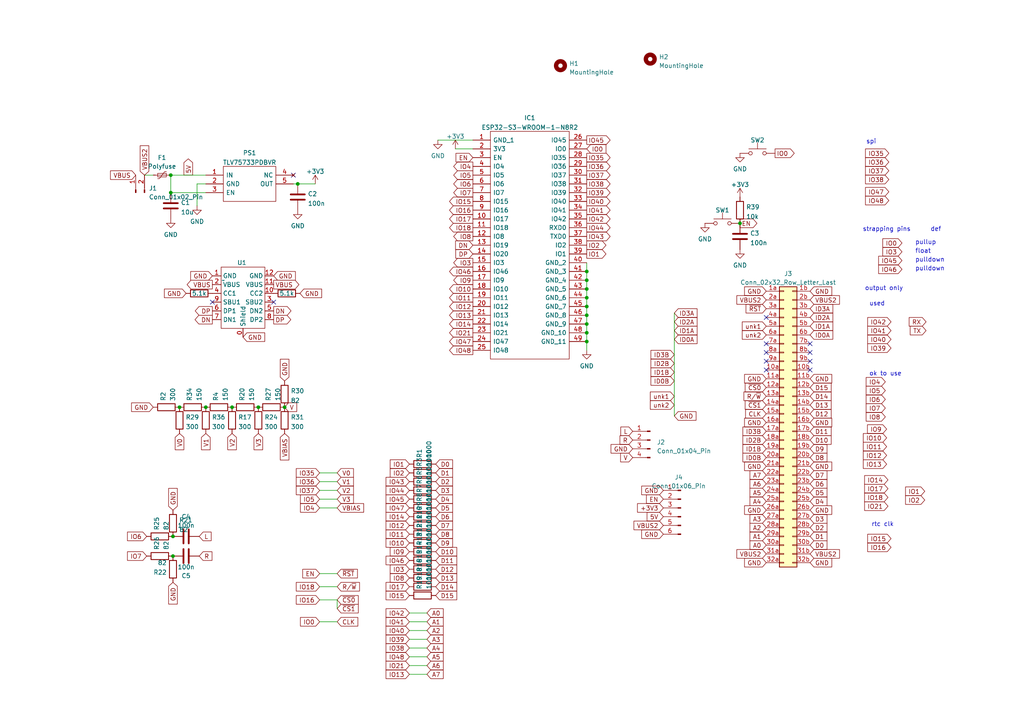
<source format=kicad_sch>
(kicad_sch (version 20230121) (generator eeschema)
  (paper "A4")
  (lib_symbols
    (symbol "Basics:Polyfuse" (pin_numbers hide) (pin_names (offset 0))
      (property "Reference" "F" (at -1.905 0 90))
      (property "Value" "Polyfuse" (at 1.905 0 90))
      (symbol "Polyfuse_1_1"
        (pin passive line (at 0 2.54 270) (length 0.635) (name "~") (number "1"))
        (pin passive line (at 0 -2.54 90) (length 0.635) (name "~") (number "2"))
      )
    )
    (symbol "Basics:miniButtonRubber" (pin_numbers hide) (pin_names (offset 1.016) hide)
      (property "Reference" "SW" (at 1.27 2.54 0))
      (symbol "miniButtonRubber_0_1"
        (pin passive line (at -5.08 0 0) (length 2.54) (name "1") (number "1"))
        (pin passive line (at 5.08 0 180) (length 2.54) (name "2") (number "2"))
      )
    )
    (symbol "Connector:Conn_01x02_Pin" (pin_names (offset 1.016) hide)
      (property "Reference" "J" (at 0 2.54 0))
      (property "Value" "Conn_01x02_Pin" (at 0 -5.08 0))
      (symbol "Conn_01x02_Pin_1_1"
        (pin passive line (at 5.08 0 180) (length 3.81) (name "Pin_1") (number "1"))
        (pin passive line (at 5.08 -2.54 180) (length 3.81) (name "Pin_2") (number "2"))
      )
    )
    (symbol "Connector:Conn_01x04_Pin" (pin_names (offset 1.016) hide)
      (property "Reference" "J" (at 0 5.08 0))
      (property "Value" "Conn_01x04_Pin" (at 0 -7.62 0))
      (symbol "Conn_01x04_Pin_1_1"
        (pin passive line (at 5.08 2.54 180) (length 3.81) (name "Pin_1") (number "1"))
        (pin passive line (at 5.08 0 180) (length 3.81) (name "Pin_2") (number "2"))
        (pin passive line (at 5.08 -2.54 180) (length 3.81) (name "Pin_3") (number "3"))
        (pin passive line (at 5.08 -5.08 180) (length 3.81) (name "Pin_4") (number "4"))
      )
    )
    (symbol "Connector:Conn_01x06_Pin" (pin_names (offset 1.016) hide)
      (property "Reference" "J" (at 0 7.62 0))
      (property "Value" "Conn_01x06_Pin" (at 0 -10.16 0))
      (symbol "Conn_01x06_Pin_1_1"
        (pin passive line (at 5.08 5.08 180) (length 3.81) (name "Pin_1") (number "1"))
        (pin passive line (at 5.08 2.54 180) (length 3.81) (name "Pin_2") (number "2"))
        (pin passive line (at 5.08 0 180) (length 3.81) (name "Pin_3") (number "3"))
        (pin passive line (at 5.08 -2.54 180) (length 3.81) (name "Pin_4") (number "4"))
        (pin passive line (at 5.08 -5.08 180) (length 3.81) (name "Pin_5") (number "5"))
        (pin passive line (at 5.08 -7.62 180) (length 3.81) (name "Pin_6") (number "6"))
      )
    )
    (symbol "Connector_Generic:Conn_02x32_Row_Letter_Last" (pin_names (offset 1.016) hide)
      (property "Reference" "J" (at 1.27 40.64 0))
      (property "Value" "Conn_02x32_Row_Letter_Last" (at 1.27 -43.18 0))
      (symbol "Conn_02x32_Row_Letter_Last_1_1"
        (pin passive line (at -5.08 15.24 0) (length 3.81) (name "Pin_10a") (number "10a"))
        (pin passive line (at 7.62 15.24 180) (length 3.81) (name "Pin_10b") (number "10b"))
        (pin passive line (at -5.08 12.7 0) (length 3.81) (name "Pin_11a") (number "11a"))
        (pin passive line (at 7.62 12.7 180) (length 3.81) (name "Pin_11b") (number "11b"))
        (pin passive line (at -5.08 10.16 0) (length 3.81) (name "Pin_12a") (number "12a"))
        (pin passive line (at 7.62 10.16 180) (length 3.81) (name "Pin_12b") (number "12b"))
        (pin passive line (at -5.08 7.62 0) (length 3.81) (name "Pin_13a") (number "13a"))
        (pin passive line (at 7.62 7.62 180) (length 3.81) (name "Pin_13b") (number "13b"))
        (pin passive line (at -5.08 5.08 0) (length 3.81) (name "Pin_14a") (number "14a"))
        (pin passive line (at 7.62 5.08 180) (length 3.81) (name "Pin_14b") (number "14b"))
        (pin passive line (at -5.08 2.54 0) (length 3.81) (name "Pin_15a") (number "15a"))
        (pin passive line (at 7.62 2.54 180) (length 3.81) (name "Pin_15b") (number "15b"))
        (pin passive line (at -5.08 0 0) (length 3.81) (name "Pin_16a") (number "16a"))
        (pin passive line (at 7.62 0 180) (length 3.81) (name "Pin_16b") (number "16b"))
        (pin passive line (at -5.08 -2.54 0) (length 3.81) (name "Pin_17a") (number "17a"))
        (pin passive line (at 7.62 -2.54 180) (length 3.81) (name "Pin_17b") (number "17b"))
        (pin passive line (at -5.08 -5.08 0) (length 3.81) (name "Pin_18a") (number "18a"))
        (pin passive line (at 7.62 -5.08 180) (length 3.81) (name "Pin_18b") (number "18b"))
        (pin passive line (at -5.08 -7.62 0) (length 3.81) (name "Pin_19a") (number "19a"))
        (pin passive line (at 7.62 -7.62 180) (length 3.81) (name "Pin_19b") (number "19b"))
        (pin passive line (at -5.08 38.1 0) (length 3.81) (name "Pin_1a") (number "1a"))
        (pin passive line (at 7.62 38.1 180) (length 3.81) (name "Pin_1b") (number "1b"))
        (pin passive line (at -5.08 -10.16 0) (length 3.81) (name "Pin_20a") (number "20a"))
        (pin passive line (at 7.62 -10.16 180) (length 3.81) (name "Pin_20b") (number "20b"))
        (pin passive line (at -5.08 -12.7 0) (length 3.81) (name "Pin_21a") (number "21a"))
        (pin passive line (at 7.62 -12.7 180) (length 3.81) (name "Pin_21b") (number "21b"))
        (pin passive line (at -5.08 -15.24 0) (length 3.81) (name "Pin_22a") (number "22a"))
        (pin passive line (at 7.62 -15.24 180) (length 3.81) (name "Pin_22b") (number "22b"))
        (pin passive line (at -5.08 -17.78 0) (length 3.81) (name "Pin_23a") (number "23a"))
        (pin passive line (at 7.62 -17.78 180) (length 3.81) (name "Pin_23b") (number "23b"))
        (pin passive line (at -5.08 -20.32 0) (length 3.81) (name "Pin_24a") (number "24a"))
        (pin passive line (at 7.62 -20.32 180) (length 3.81) (name "Pin_24b") (number "24b"))
        (pin passive line (at -5.08 -22.86 0) (length 3.81) (name "Pin_25a") (number "25a"))
        (pin passive line (at 7.62 -22.86 180) (length 3.81) (name "Pin_25b") (number "25b"))
        (pin passive line (at -5.08 -25.4 0) (length 3.81) (name "Pin_26a") (number "26a"))
        (pin passive line (at 7.62 -25.4 180) (length 3.81) (name "Pin_26b") (number "26b"))
        (pin passive line (at -5.08 -27.94 0) (length 3.81) (name "Pin_27a") (number "27a"))
        (pin passive line (at 7.62 -27.94 180) (length 3.81) (name "Pin_27b") (number "27b"))
        (pin passive line (at -5.08 -30.48 0) (length 3.81) (name "Pin_28a") (number "28a"))
        (pin passive line (at 7.62 -30.48 180) (length 3.81) (name "Pin_28b") (number "28b"))
        (pin passive line (at -5.08 -33.02 0) (length 3.81) (name "Pin_29a") (number "29a"))
        (pin passive line (at 7.62 -33.02 180) (length 3.81) (name "Pin_29b") (number "29b"))
        (pin passive line (at -5.08 35.56 0) (length 3.81) (name "Pin_2a") (number "2a"))
        (pin passive line (at 7.62 35.56 180) (length 3.81) (name "Pin_2b") (number "2b"))
        (pin passive line (at -5.08 -35.56 0) (length 3.81) (name "Pin_30a") (number "30a"))
        (pin passive line (at 7.62 -35.56 180) (length 3.81) (name "Pin_30b") (number "30b"))
        (pin passive line (at -5.08 -38.1 0) (length 3.81) (name "Pin_31a") (number "31a"))
        (pin passive line (at 7.62 -38.1 180) (length 3.81) (name "Pin_31b") (number "31b"))
        (pin passive line (at -5.08 -40.64 0) (length 3.81) (name "Pin_32a") (number "32a"))
        (pin passive line (at 7.62 -40.64 180) (length 3.81) (name "Pin_32b") (number "32b"))
        (pin passive line (at -5.08 33.02 0) (length 3.81) (name "Pin_3a") (number "3a"))
        (pin passive line (at 7.62 33.02 180) (length 3.81) (name "Pin_3b") (number "3b"))
        (pin passive line (at -5.08 30.48 0) (length 3.81) (name "Pin_4a") (number "4a"))
        (pin passive line (at 7.62 30.48 180) (length 3.81) (name "Pin_4b") (number "4b"))
        (pin passive line (at -5.08 27.94 0) (length 3.81) (name "Pin_5a") (number "5a"))
        (pin passive line (at 7.62 27.94 180) (length 3.81) (name "Pin_5b") (number "5b"))
        (pin passive line (at -5.08 25.4 0) (length 3.81) (name "Pin_6a") (number "6a"))
        (pin passive line (at 7.62 25.4 180) (length 3.81) (name "Pin_6b") (number "6b"))
        (pin passive line (at -5.08 22.86 0) (length 3.81) (name "Pin_7a") (number "7a"))
        (pin passive line (at 7.62 22.86 180) (length 3.81) (name "Pin_7b") (number "7b"))
        (pin passive line (at -5.08 20.32 0) (length 3.81) (name "Pin_8a") (number "8a"))
        (pin passive line (at 7.62 20.32 180) (length 3.81) (name "Pin_8b") (number "8b"))
        (pin passive line (at -5.08 17.78 0) (length 3.81) (name "Pin_9a") (number "9a"))
        (pin passive line (at 7.62 17.78 180) (length 3.81) (name "Pin_9b") (number "9b"))
      )
    )
    (symbol "Device:C" (pin_numbers hide) (pin_names (offset 0.254))
      (property "Reference" "C" (at 0.635 2.54 0))
      (property "Value" "C" (at 0.635 -2.54 0))
      (symbol "C_1_1"
        (pin passive line (at 0 3.81 270) (length 2.794) (name "~") (number "1"))
        (pin passive line (at 0 -3.81 90) (length 2.794) (name "~") (number "2"))
      )
    )
    (symbol "Device:R" (pin_numbers hide) (pin_names (offset 0))
      (property "Reference" "R" (at 2.032 0 90))
      (property "Value" "R" (at 0 0 90))
      (symbol "R_1_1"
        (pin passive line (at 0 3.81 270) (length 1.27) (name "~") (number "1"))
        (pin passive line (at 0 -3.81 90) (length 1.27) (name "~") (number "2"))
      )
    )
    (symbol "Mechanical:MountingHole" (pin_names (offset 1.016))
      (property "Reference" "H" (at 0 5.08 0))
      (property "Value" "MountingHole" (at 0 3.175 0))
    )
    (symbol "SamacSys_Parts:ESP32-S3-WROOM-1-N8R2" (pin_names (offset 0.762))
      (property "Reference" "IC" (at 29.21 7.62 0))
      (property "Value" "ESP32-S3-WROOM-1-N8R2" (at 29.21 5.08 0))
      (symbol "ESP32-S3-WROOM-1-N8R2_0_0"
        (pin passive line (at 0 0 0) (length 5.08) (name "GND_1") (number "1"))
        (pin passive line (at 0 -22.86 0) (length 5.08) (name "IO17") (number "10"))
        (pin passive line (at 0 -25.4 0) (length 5.08) (name "IO18") (number "11"))
        (pin passive line (at 0 -27.94 0) (length 5.08) (name "IO8") (number "12"))
        (pin passive line (at 0 -30.48 0) (length 5.08) (name "IO19") (number "13"))
        (pin passive line (at 0 -33.02 0) (length 5.08) (name "IO20") (number "14"))
        (pin passive line (at 0 -35.56 0) (length 5.08) (name "IO3") (number "15"))
        (pin passive line (at 0 -38.1 0) (length 5.08) (name "IO46") (number "16"))
        (pin passive line (at 0 -40.64 0) (length 5.08) (name "IO9") (number "17"))
        (pin passive line (at 0 -43.18 0) (length 5.08) (name "IO10") (number "18"))
        (pin passive line (at 0 -45.72 0) (length 5.08) (name "IO11") (number "19"))
        (pin passive line (at 0 -2.54 0) (length 5.08) (name "3V3") (number "2"))
        (pin passive line (at 0 -48.26 0) (length 5.08) (name "IO12") (number "20"))
        (pin passive line (at 0 -50.8 0) (length 5.08) (name "IO13") (number "21"))
        (pin passive line (at 0 -53.34 0) (length 5.08) (name "IO14") (number "22"))
        (pin passive line (at 0 -55.88 0) (length 5.08) (name "IO21") (number "23"))
        (pin passive line (at 0 -58.42 0) (length 5.08) (name "IO47") (number "24"))
        (pin passive line (at 0 -60.96 0) (length 5.08) (name "IO48") (number "25"))
        (pin passive line (at 33.02 0 180) (length 5.08) (name "IO45") (number "26"))
        (pin passive line (at 33.02 -2.54 180) (length 5.08) (name "IO0") (number "27"))
        (pin passive line (at 33.02 -5.08 180) (length 5.08) (name "IO35") (number "28"))
        (pin passive line (at 33.02 -7.62 180) (length 5.08) (name "IO36") (number "29"))
        (pin passive line (at 0 -5.08 0) (length 5.08) (name "EN") (number "3"))
        (pin passive line (at 33.02 -10.16 180) (length 5.08) (name "IO37") (number "30"))
        (pin passive line (at 33.02 -12.7 180) (length 5.08) (name "IO38") (number "31"))
        (pin passive line (at 33.02 -15.24 180) (length 5.08) (name "IO39") (number "32"))
        (pin passive line (at 33.02 -17.78 180) (length 5.08) (name "IO40") (number "33"))
        (pin passive line (at 33.02 -20.32 180) (length 5.08) (name "IO41") (number "34"))
        (pin passive line (at 33.02 -22.86 180) (length 5.08) (name "IO42") (number "35"))
        (pin passive line (at 33.02 -25.4 180) (length 5.08) (name "RXD0") (number "36"))
        (pin passive line (at 33.02 -27.94 180) (length 5.08) (name "TXD0") (number "37"))
        (pin passive line (at 33.02 -30.48 180) (length 5.08) (name "IO2") (number "38"))
        (pin passive line (at 33.02 -33.02 180) (length 5.08) (name "IO1") (number "39"))
        (pin passive line (at 0 -7.62 0) (length 5.08) (name "IO4") (number "4"))
        (pin passive line (at 33.02 -35.56 180) (length 5.08) (name "GND_2") (number "40"))
        (pin passive line (at 33.02 -38.1 180) (length 5.08) (name "GND_3") (number "41"))
        (pin passive line (at 33.02 -40.64 180) (length 5.08) (name "GND_4") (number "42"))
        (pin passive line (at 33.02 -43.18 180) (length 5.08) (name "GND_5") (number "43"))
        (pin passive line (at 33.02 -45.72 180) (length 5.08) (name "GND_6") (number "44"))
        (pin passive line (at 33.02 -48.26 180) (length 5.08) (name "GND_7") (number "45"))
        (pin passive line (at 33.02 -50.8 180) (length 5.08) (name "GND_8") (number "46"))
        (pin passive line (at 33.02 -53.34 180) (length 5.08) (name "GND_9") (number "47"))
        (pin passive line (at 33.02 -55.88 180) (length 5.08) (name "GND_10") (number "48"))
        (pin passive line (at 33.02 -58.42 180) (length 5.08) (name "GND_11") (number "49"))
        (pin passive line (at 0 -10.16 0) (length 5.08) (name "IO5") (number "5"))
        (pin passive line (at 0 -12.7 0) (length 5.08) (name "IO6") (number "6"))
        (pin passive line (at 0 -15.24 0) (length 5.08) (name "IO7") (number "7"))
        (pin passive line (at 0 -17.78 0) (length 5.08) (name "IO15") (number "8"))
        (pin passive line (at 0 -20.32 0) (length 5.08) (name "IO16") (number "9"))
      )
    )
    (symbol "SamacSys_Parts:TLV75733PDBVR" (pin_names (offset 0.762))
      (property "Reference" "PS" (at 21.59 7.62 0))
      (property "Value" "TLV75733PDBVR" (at 21.59 5.08 0))
      (symbol "TLV75733PDBVR_0_0"
        (pin power_in line (at 0 0 0) (length 5.08) (name "IN") (number "1"))
        (pin power_in line (at 0 -2.54 0) (length 5.08) (name "GND") (number "2"))
        (pin input line (at 0 -5.08 0) (length 5.08) (name "EN") (number "3"))
        (pin no_connect line (at 25.4 0 180) (length 5.08) (name "NC") (number "4"))
        (pin output line (at 25.4 -2.54 180) (length 5.08) (name "OUT") (number "5"))
      )
    )
    (symbol "USB:USB-C"
      (property "Reference" "U" (at 0 12.065 0))
      (symbol "USB-C_1_1"
        (pin output line (at 0 -11.43 90) (length 2.54) (name "Shield") (number "0"))
        (pin output line (at -8.89 6.35 0) (length 2.54) (name "GND") (number "1"))
        (pin output line (at 8.89 1.27 180) (length 2.54) (name "CC2") (number "10"))
        (pin output line (at 8.89 3.81 180) (length 2.54) (name "VBUS") (number "11"))
        (pin output line (at 8.89 6.35 180) (length 2.54) (name "GND") (number "12"))
        (pin output line (at -8.89 3.81 0) (length 2.54) (name "VBUS") (number "2"))
        (pin output line (at 8.89 -1.27 180) (length 2.54) (name "SBU2") (number "3"))
        (pin output line (at -8.89 1.27 0) (length 2.54) (name "CC1") (number "4"))
        (pin output line (at 8.89 -3.81 180) (length 2.54) (name "DN2") (number "5"))
        (pin output line (at -8.89 -3.81 0) (length 2.54) (name "DP1") (number "6"))
        (pin output line (at -8.89 -6.35 0) (length 2.54) (name "DN1") (number "7"))
        (pin output line (at 8.89 -6.35 180) (length 2.54) (name "DP2") (number "8"))
        (pin output line (at -8.89 -1.27 0) (length 2.54) (name "SBU1") (number "9"))
      )
    )
    (symbol "power:+3.3V" (power) (pin_names (offset 0))
      (property "Value" "+3.3V" (at 0 3.556 0))
      (symbol "+3.3V_1_1"
        (pin power_in line (at 0 0 90) (length 0) hide (name "+3V3") (number "1"))
      )
    )
    (symbol "power:GND" (power) (pin_names (offset 0))
      (property "Value" "GND" (at 0 -3.81 0))
      (symbol "GND_1_1"
        (pin power_in line (at 0 0 270) (length 0) hide (name "GND") (number "1"))
      )
    )
  )
  (junction (at 170.18 81.28))
  (junction (at 170.18 93.98))
  (junction (at 82.55 118.11))
  (junction (at 67.31 118.11))
  (junction (at 170.18 96.52))
  (junction (at 74.93 118.11))
  (junction (at 170.18 99.06))
  (junction (at 50.165 155.575))
  (junction (at 170.18 91.44))
  (junction (at 52.07 118.11))
  (junction (at 170.18 86.36))
  (junction (at 59.69 118.11))
  (junction (at 170.18 83.82))
  (junction (at 49.53 55.88))
  (junction (at 86.36 53.34))
  (junction (at 170.18 88.9))
  (junction (at 49.53 50.8))
  (junction (at 214.63 64.77))
  (junction (at 50.165 161.29))
  (junction (at 170.18 78.74))
  (no_connect (at 79.375 87.63))
  (no_connect (at 222.25 102.235))
  (no_connect (at 234.95 104.775))
  (no_connect (at 222.25 92.075))
  (no_connect (at 85.09 50.8))
  (no_connect (at 222.25 104.775))
  (no_connect (at 234.95 99.695))
  (no_connect (at 61.595 87.63))
  (no_connect (at 222.25 99.695))
  (no_connect (at 234.95 102.235))
  (no_connect (at 234.95 107.315))
  (no_connect (at 222.25 107.315))
  (wire (pts (xy 85.09 53.34) (xy 86.36 53.34)))
  (wire (pts (xy 118.745 182.88) (xy 123.825 182.88)))
  (wire (pts (xy 118.745 177.8) (xy 123.825 177.8)))
  (wire (pts (xy 170.18 76.2) (xy 170.18 78.74)))
  (wire (pts (xy 86.36 53.34) (xy 91.44 53.34)))
  (wire (pts (xy 170.18 91.44) (xy 170.18 93.98)))
  (wire (pts (xy 92.71 166.37) (xy 97.79 166.37)))
  (wire (pts (xy 118.745 193.04) (xy 123.825 193.04)))
  (wire (pts (xy 195.58 90.805) (xy 195.58 120.65)))
  (wire (pts (xy 59.69 55.88) (xy 49.53 55.88)))
  (wire (pts (xy 170.18 81.28) (xy 170.18 83.82)))
  (wire (pts (xy 170.18 99.06) (xy 170.18 101.6)))
  (wire (pts (xy 170.18 78.74) (xy 170.18 81.28)))
  (wire (pts (xy 118.745 190.5) (xy 123.825 190.5)))
  (wire (pts (xy 92.71 170.18) (xy 97.79 170.18)))
  (wire (pts (xy 170.18 83.82) (xy 170.18 86.36)))
  (wire (pts (xy 49.53 55.88) (xy 49.53 50.8)))
  (wire (pts (xy 59.69 53.34) (xy 57.15 53.34)))
  (wire (pts (xy 118.745 195.58) (xy 123.825 195.58)))
  (wire (pts (xy 170.18 93.98) (xy 170.18 96.52)))
  (wire (pts (xy 170.18 86.36) (xy 170.18 88.9)))
  (wire (pts (xy 127 40.64) (xy 137.16 40.64)))
  (wire (pts (xy 170.18 88.9) (xy 170.18 91.44)))
  (wire (pts (xy 49.53 50.8) (xy 59.69 50.8)))
  (wire (pts (xy 92.71 173.99) (xy 97.79 173.99)))
  (wire (pts (xy 118.745 185.42) (xy 123.825 185.42)))
  (wire (pts (xy 41.91 50.8) (xy 44.45 50.8)))
  (wire (pts (xy 92.71 180.34) (xy 97.79 180.34)))
  (wire (pts (xy 118.745 180.34) (xy 123.825 180.34)))
  (wire (pts (xy 92.71 142.24) (xy 97.79 142.24)))
  (wire (pts (xy 132.08 43.18) (xy 137.16 43.18)))
  (wire (pts (xy 97.79 173.99) (xy 97.79 176.53)))
  (wire (pts (xy 92.71 144.78) (xy 97.79 144.78)))
  (wire (pts (xy 92.71 139.7) (xy 97.79 139.7)))
  (wire (pts (xy 170.18 96.52) (xy 170.18 99.06)))
  (wire (pts (xy 57.15 53.34) (xy 57.15 59.69)))
  (wire (pts (xy 118.745 187.96) (xy 123.825 187.96)))
  (wire (pts (xy 92.71 137.16) (xy 97.79 137.16)))
  (wire (pts (xy 92.71 147.32) (xy 97.79 147.32)))
  (text "ok to use" (at 252.095 109.22 0) (effects (font (size 1.27 1.27)) (justify left bottom)))
  (text "strapping pins" (at 250.19 67.31 0) (effects (font (size 1.27 1.27)) (justify left bottom)))
  (text "spi" (at 251.206 41.91 0) (effects (font (size 1.27 1.27)) (justify left bottom)))
  (text "output only" (at 250.825 84.455 0) (effects (font (size 1.27 1.27)) (justify left bottom)))
  (text "rtc clk" (at 252.73 152.908 0) (effects (font (size 1.27 1.27)) (justify left bottom)))
  (text "pulldown" (at 265.43 76.2 0) (effects (font (size 1.27 1.27)) (justify left bottom)))
  (text "pullup" (at 265.43 71.12 0) (effects (font (size 1.27 1.27)) (justify left bottom)))
  (text "float" (at 265.43 73.66 0) (effects (font (size 1.27 1.27)) (justify left bottom)))
  (text "pulldown" (at 265.43 78.74 0) (effects (font (size 1.27 1.27)) (justify left bottom)))
  (text "def" (at 269.875 67.31 0) (effects (font (size 1.27 1.27)) (justify left bottom)))
  (text "used" (at 252.095 88.9 0) (effects (font (size 1.27 1.27)) (justify left bottom)))
  (global_label "GND" (shape input) (at 70.485 97.79 0) (property "Intersheetrefs" "${INTERSHEET_REFS}" (effects hide)))
  (global_label "IO4" (shape input) (at 256.794 110.744 180) (property "Intersheetrefs" "${INTERSHEET_REFS}" (effects hide)))
  (global_label "D3" (shape input) (at 234.95 150.495 0) (property "Intersheetrefs" "${INTERSHEET_REFS}" (effects hide)))
  (global_label "D15" (shape input) (at 234.95 112.395 0) (property "Intersheetrefs" "${INTERSHEET_REFS}" (effects hide)))
  (global_label "GND" (shape input) (at 86.995 85.09 0) (property "Intersheetrefs" "${INTERSHEET_REFS}" (effects hide)))
  (global_label "IO42" (shape input) (at 258.445 93.345 180) (property "Intersheetrefs" "${INTERSHEET_REFS}" (effects hide)))
  (global_label "IO13" (shape input) (at 118.745 195.58 180) (property "Intersheetrefs" "${INTERSHEET_REFS}" (effects hide)))
  (global_label "unk2" (shape input) (at 195.58 117.475 180) (property "Intersheetrefs" "${INTERSHEET_REFS}" (effects hide)))
  (global_label "ID3B" (shape input) (at 195.58 102.87 180) (property "Intersheetrefs" "${INTERSHEET_REFS}" (effects hide)))
  (global_label "IO6" (shape input) (at 256.794 115.824 180) (property "Intersheetrefs" "${INTERSHEET_REFS}" (effects hide)))
  (global_label "IO4" (shape output) (at 137.16 48.26 180) (property "Intersheetrefs" "${INTERSHEET_REFS}" (effects hide)))
  (global_label "GND" (shape input) (at 192.405 142.24 180) (property "Intersheetrefs" "${INTERSHEET_REFS}" (effects hide)))
  (global_label "V2" (shape input) (at 97.79 142.24 0) (property "Intersheetrefs" "${INTERSHEET_REFS}" (effects hide)))
  (global_label "D13" (shape input) (at 126.365 167.64 0) (property "Intersheetrefs" "${INTERSHEET_REFS}" (effects hide)))
  (global_label "IO1" (shape input) (at 118.745 134.62 180) (property "Intersheetrefs" "${INTERSHEET_REFS}" (effects hide)))
  (global_label "~{RST}" (shape input) (at 222.25 89.535 180) (property "Intersheetrefs" "${INTERSHEET_REFS}" (effects hide)))
  (global_label "GND" (shape input) (at 61.595 80.01 180) (property "Intersheetrefs" "${INTERSHEET_REFS}" (effects hide)))
  (global_label "IO13" (shape output) (at 137.16 91.44 180) (property "Intersheetrefs" "${INTERSHEET_REFS}" (effects hide)))
  (global_label "IO8" (shape output) (at 137.16 68.58 180) (property "Intersheetrefs" "${INTERSHEET_REFS}" (effects hide)))
  (global_label "IO46" (shape input) (at 261.62 78.105 180) (property "Intersheetrefs" "${INTERSHEET_REFS}" (effects hide)))
  (global_label "IO41" (shape output) (at 170.18 60.96 0) (property "Intersheetrefs" "${INTERSHEET_REFS}" (effects hide)))
  (global_label "IO38" (shape output) (at 170.18 53.34 0) (property "Intersheetrefs" "${INTERSHEET_REFS}" (effects hide)))
  (global_label "ID0B" (shape input) (at 195.58 110.49 180) (property "Intersheetrefs" "${INTERSHEET_REFS}" (effects hide)))
  (global_label "GND" (shape input) (at 234.95 84.455 0) (property "Intersheetrefs" "${INTERSHEET_REFS}" (effects hide)))
  (global_label "VBUS2" (shape input) (at 234.95 86.995 0) (property "Intersheetrefs" "${INTERSHEET_REFS}" (effects hide)))
  (global_label "D13" (shape input) (at 234.95 117.475 0) (property "Intersheetrefs" "${INTERSHEET_REFS}" (effects hide)))
  (global_label "DN" (shape output) (at 61.595 92.71 180) (property "Intersheetrefs" "${INTERSHEET_REFS}" (effects hide)))
  (global_label "D12" (shape input) (at 126.365 165.1 0) (property "Intersheetrefs" "${INTERSHEET_REFS}" (effects hide)))
  (global_label "V2" (shape input) (at 67.31 125.73 270) (property "Intersheetrefs" "${INTERSHEET_REFS}" (effects hide)))
  (global_label "IO0" (shape input) (at 92.71 180.34 180) (property "Intersheetrefs" "${INTERSHEET_REFS}" (effects hide)))
  (global_label "IO15" (shape output) (at 137.16 58.42 180) (property "Intersheetrefs" "${INTERSHEET_REFS}" (effects hide)))
  (global_label "GND" (shape input) (at 222.25 147.955 180) (property "Intersheetrefs" "${INTERSHEET_REFS}" (effects hide)))
  (global_label "R{slash}~{W}" (shape input) (at 222.25 114.935 180) (property "Intersheetrefs" "${INTERSHEET_REFS}" (effects hide)))
  (global_label "IO36" (shape output) (at 170.18 48.26 0) (property "Intersheetrefs" "${INTERSHEET_REFS}" (effects hide)))
  (global_label "IO4" (shape input) (at 92.71 147.32 180) (property "Intersheetrefs" "${INTERSHEET_REFS}" (effects hide)))
  (global_label "D1" (shape input) (at 234.95 155.575 0) (property "Intersheetrefs" "${INTERSHEET_REFS}" (effects hide)))
  (global_label "A1" (shape input) (at 222.25 155.575 180) (property "Intersheetrefs" "${INTERSHEET_REFS}" (effects hide)))
  (global_label "IO44" (shape input) (at 118.745 142.24 180) (property "Intersheetrefs" "${INTERSHEET_REFS}" (effects hide)))
  (global_label "IO42" (shape output) (at 170.18 63.5 0) (property "Intersheetrefs" "${INTERSHEET_REFS}" (effects hide)))
  (global_label "D0" (shape input) (at 234.95 158.115 0) (property "Intersheetrefs" "${INTERSHEET_REFS}" (effects hide)))
  (global_label "GND" (shape input) (at 234.95 109.855 0) (property "Intersheetrefs" "${INTERSHEET_REFS}" (effects hide)))
  (global_label "D4" (shape input) (at 126.365 144.78 0) (property "Intersheetrefs" "${INTERSHEET_REFS}" (effects hide)))
  (global_label "A7" (shape input) (at 123.825 195.58 0) (property "Intersheetrefs" "${INTERSHEET_REFS}" (effects hide)))
  (global_label "VBUS" (shape output) (at 79.375 82.55 0) (property "Intersheetrefs" "${INTERSHEET_REFS}" (effects hide)))
  (global_label "IO7" (shape output) (at 137.16 55.88 180) (property "Intersheetrefs" "${INTERSHEET_REFS}" (effects hide)))
  (global_label "IO45" (shape output) (at 170.18 40.64 0) (property "Intersheetrefs" "${INTERSHEET_REFS}" (effects hide)))
  (global_label "D12" (shape input) (at 234.95 120.015 0) (property "Intersheetrefs" "${INTERSHEET_REFS}" (effects hide)))
  (global_label "IO1" (shape input) (at 268.224 142.494 180) (property "Intersheetrefs" "${INTERSHEET_REFS}" (effects hide)))
  (global_label "D4" (shape input) (at 234.95 145.415 0) (property "Intersheetrefs" "${INTERSHEET_REFS}" (effects hide)))
  (global_label "IO6" (shape output) (at 137.16 53.34 180) (property "Intersheetrefs" "${INTERSHEET_REFS}" (effects hide)))
  (global_label "IO9" (shape input) (at 257.175 124.46 180) (property "Intersheetrefs" "${INTERSHEET_REFS}" (effects hide)))
  (global_label "IO1" (shape output) (at 170.18 73.66 0) (property "Intersheetrefs" "${INTERSHEET_REFS}" (effects hide)))
  (global_label "IO15" (shape input) (at 258.445 156.21 180) (property "Intersheetrefs" "${INTERSHEET_REFS}" (effects hide)))
  (global_label "V1" (shape input) (at 59.69 125.73 270) (property "Intersheetrefs" "${INTERSHEET_REFS}" (effects hide)))
  (global_label "IO18" (shape output) (at 137.16 66.04 180) (property "Intersheetrefs" "${INTERSHEET_REFS}" (effects hide)))
  (global_label "IO40" (shape input) (at 258.445 98.425 180) (property "Intersheetrefs" "${INTERSHEET_REFS}" (effects hide)))
  (global_label "IO47" (shape output) (at 137.16 99.06 180) (property "Intersheetrefs" "${INTERSHEET_REFS}" (effects hide)))
  (global_label "D7" (shape input) (at 234.95 137.795 0) (property "Intersheetrefs" "${INTERSHEET_REFS}" (effects hide)))
  (global_label "TX" (shape input) (at 268.605 95.885 180) (property "Intersheetrefs" "${INTERSHEET_REFS}" (effects hide)))
  (global_label "GND" (shape input) (at 234.95 135.255 0) (property "Intersheetrefs" "${INTERSHEET_REFS}" (effects hide)))
  (global_label "GND" (shape input) (at 222.25 135.255 180) (property "Intersheetrefs" "${INTERSHEET_REFS}" (effects hide)))
  (global_label "R" (shape input) (at 57.785 161.29 0) (property "Intersheetrefs" "${INTERSHEET_REFS}" (effects hide)))
  (global_label "ID3B" (shape input) (at 222.25 125.095 180) (property "Intersheetrefs" "${INTERSHEET_REFS}" (effects hide)))
  (global_label "D10" (shape input) (at 234.95 127.635 0) (property "Intersheetrefs" "${INTERSHEET_REFS}" (effects hide)))
  (global_label "GND" (shape input) (at 222.25 122.555 180) (property "Intersheetrefs" "${INTERSHEET_REFS}" (effects hide)))
  (global_label "D5" (shape input) (at 234.95 142.875 0) (property "Intersheetrefs" "${INTERSHEET_REFS}" (effects hide)))
  (global_label "V0" (shape input) (at 97.79 137.16 0) (property "Intersheetrefs" "${INTERSHEET_REFS}" (effects hide)))
  (global_label "IO42" (shape input) (at 118.745 177.8 180) (property "Intersheetrefs" "${INTERSHEET_REFS}" (effects hide)))
  (global_label "A0" (shape input) (at 222.25 158.115 180) (property "Intersheetrefs" "${INTERSHEET_REFS}" (effects hide)))
  (global_label "IO0" (shape output) (at 224.79 44.45 0) (property "Intersheetrefs" "${INTERSHEET_REFS}" (effects hide)))
  (global_label "IO17" (shape input) (at 257.556 141.732 180) (property "Intersheetrefs" "${INTERSHEET_REFS}" (effects hide)))
  (global_label "DP" (shape output) (at 79.375 92.71 0) (property "Intersheetrefs" "${INTERSHEET_REFS}" (effects hide)))
  (global_label "IO47" (shape input) (at 118.745 147.32 180) (property "Intersheetrefs" "${INTERSHEET_REFS}" (effects hide)))
  (global_label "~{CS0}" (shape input) (at 97.79 173.99 0) (property "Intersheetrefs" "${INTERSHEET_REFS}" (effects hide)))
  (global_label "ID0A" (shape input) (at 234.95 97.155 0) (property "Intersheetrefs" "${INTERSHEET_REFS}" (effects hide)))
  (global_label "~{CS1}" (shape input) (at 222.25 117.475 180) (property "Intersheetrefs" "${INTERSHEET_REFS}" (effects hide)))
  (global_label "IO14" (shape input) (at 257.556 139.192 180) (property "Intersheetrefs" "${INTERSHEET_REFS}" (effects hide)))
  (global_label "IO21" (shape input) (at 257.556 146.812 180) (property "Intersheetrefs" "${INTERSHEET_REFS}" (effects hide)))
  (global_label "IO13" (shape input) (at 257.175 134.62 180) (property "Intersheetrefs" "${INTERSHEET_REFS}" (effects hide)))
  (global_label "V3" (shape input) (at 74.93 125.73 270) (property "Intersheetrefs" "${INTERSHEET_REFS}" (effects hide)))
  (global_label "D7" (shape input) (at 126.365 152.4 0) (property "Intersheetrefs" "${INTERSHEET_REFS}" (effects hide)))
  (global_label "5V" (shape output) (at 54.61 50.8 90) (property "Intersheetrefs" "${INTERSHEET_REFS}" (effects hide)))
  (global_label "D0" (shape input) (at 126.365 134.62 0) (property "Intersheetrefs" "${INTERSHEET_REFS}" (effects hide)))
  (global_label "GND" (shape input) (at 222.25 84.455 180) (property "Intersheetrefs" "${INTERSHEET_REFS}" (effects hide)))
  (global_label "IO48" (shape output) (at 137.16 101.6 180) (property "Intersheetrefs" "${INTERSHEET_REFS}" (effects hide)))
  (global_label "RX" (shape input) (at 268.605 93.345 180) (property "Intersheetrefs" "${INTERSHEET_REFS}" (effects hide)))
  (global_label "D2" (shape input) (at 234.95 153.035 0) (property "Intersheetrefs" "${INTERSHEET_REFS}" (effects hide)))
  (global_label "V" (shape input) (at 82.55 118.11 0) (property "Intersheetrefs" "${INTERSHEET_REFS}" (effects hide)))
  (global_label "IO46" (shape output) (at 137.16 78.74 180) (property "Intersheetrefs" "${INTERSHEET_REFS}" (effects hide)))
  (global_label "V1" (shape input) (at 97.79 139.7 0) (property "Intersheetrefs" "${INTERSHEET_REFS}" (effects hide)))
  (global_label "IO18" (shape input) (at 257.556 144.272 180) (property "Intersheetrefs" "${INTERSHEET_REFS}" (effects hide)))
  (global_label "D10" (shape input) (at 126.365 160.02 0) (property "Intersheetrefs" "${INTERSHEET_REFS}" (effects hide)))
  (global_label "IO35" (shape output) (at 170.18 45.72 0) (property "Intersheetrefs" "${INTERSHEET_REFS}" (effects hide)))
  (global_label "GND" (shape input) (at 234.95 163.195 0) (property "Intersheetrefs" "${INTERSHEET_REFS}" (effects hide)))
  (global_label "IO2" (shape input) (at 268.224 145.034 180) (property "Intersheetrefs" "${INTERSHEET_REFS}" (effects hide)))
  (global_label "ID1B" (shape input) (at 222.25 130.175 180) (property "Intersheetrefs" "${INTERSHEET_REFS}" (effects hide)))
  (global_label "IO10" (shape input) (at 118.745 157.48 180) (property "Intersheetrefs" "${INTERSHEET_REFS}" (effects hide)))
  (global_label "VBUS2" (shape input) (at 234.95 160.655 0) (property "Intersheetrefs" "${INTERSHEET_REFS}" (effects hide)))
  (global_label "IO16" (shape input) (at 258.445 158.75 180) (property "Intersheetrefs" "${INTERSHEET_REFS}" (effects hide)))
  (global_label "V3" (shape input) (at 97.79 144.78 0) (property "Intersheetrefs" "${INTERSHEET_REFS}" (effects hide)))
  (global_label "A4" (shape input) (at 222.25 145.415 180) (property "Intersheetrefs" "${INTERSHEET_REFS}" (effects hide)))
  (global_label "ID0A" (shape input) (at 195.58 98.425 0) (property "Intersheetrefs" "${INTERSHEET_REFS}" (effects hide)))
  (global_label "IO17" (shape input) (at 118.745 170.18 180) (property "Intersheetrefs" "${INTERSHEET_REFS}" (effects hide)))
  (global_label "IO41" (shape input) (at 258.445 95.885 180) (property "Intersheetrefs" "${INTERSHEET_REFS}" (effects hide)))
  (global_label "IO48" (shape input) (at 118.745 190.5 180) (property "Intersheetrefs" "${INTERSHEET_REFS}" (effects hide)))
  (global_label "5V" (shape input) (at 192.405 149.86 180) (property "Intersheetrefs" "${INTERSHEET_REFS}" (effects hide)))
  (global_label "GND" (shape input) (at 183.515 130.175 180) (property "Intersheetrefs" "${INTERSHEET_REFS}" (effects hide)))
  (global_label "CLK" (shape input) (at 222.25 120.015 180) (property "Intersheetrefs" "${INTERSHEET_REFS}" (effects hide)))
  (global_label "D14" (shape input) (at 126.365 170.18 0) (property "Intersheetrefs" "${INTERSHEET_REFS}" (effects hide)))
  (global_label "D14" (shape input) (at 234.95 114.935 0) (property "Intersheetrefs" "${INTERSHEET_REFS}" (effects hide)))
  (global_label "IO2" (shape output) (at 170.18 71.12 0) (property "Intersheetrefs" "${INTERSHEET_REFS}" (effects hide)))
  (global_label "IO40" (shape output) (at 170.18 58.42 0) (property "Intersheetrefs" "${INTERSHEET_REFS}" (effects hide)))
  (global_label "L" (shape input) (at 57.785 155.575 0) (property "Intersheetrefs" "${INTERSHEET_REFS}" (effects hide)))
  (global_label "ID1A" (shape input) (at 234.95 94.615 0) (property "Intersheetrefs" "${INTERSHEET_REFS}" (effects hide)))
  (global_label "IO10" (shape output) (at 137.16 83.82 180) (property "Intersheetrefs" "${INTERSHEET_REFS}" (effects hide)))
  (global_label "IO40" (shape input) (at 118.745 182.88 180) (property "Intersheetrefs" "${INTERSHEET_REFS}" (effects hide)))
  (global_label "EN" (shape input) (at 92.71 166.37 180) (property "Intersheetrefs" "${INTERSHEET_REFS}" (effects hide)))
  (global_label "ID0B" (shape input) (at 222.25 132.715 180) (property "Intersheetrefs" "${INTERSHEET_REFS}" (effects hide)))
  (global_label "DP" (shape output) (at 61.595 90.17 180) (property "Intersheetrefs" "${INTERSHEET_REFS}" (effects hide)))
  (global_label "IO46" (shape input) (at 118.745 162.56 180) (property "Intersheetrefs" "${INTERSHEET_REFS}" (effects hide)))
  (global_label "EN" (shape output) (at 214.63 64.77 0) (property "Intersheetrefs" "${INTERSHEET_REFS}" (effects hide)))
  (global_label "IO12" (shape input) (at 257.175 132.08 180) (property "Intersheetrefs" "${INTERSHEET_REFS}" (effects hide)))
  (global_label "D6" (shape input) (at 234.95 140.335 0) (property "Intersheetrefs" "${INTERSHEET_REFS}" (effects hide)))
  (global_label "A3" (shape input) (at 123.825 185.42 0) (property "Intersheetrefs" "${INTERSHEET_REFS}" (effects hide)))
  (global_label "IO37" (shape output) (at 170.18 50.8 0) (property "Intersheetrefs" "${INTERSHEET_REFS}" (effects hide)))
  (global_label "IO15" (shape input) (at 118.745 172.72 180) (property "Intersheetrefs" "${INTERSHEET_REFS}" (effects hide)))
  (global_label "~{CS0}" (shape input) (at 222.25 112.395 180) (property "Intersheetrefs" "${INTERSHEET_REFS}" (effects hide)))
  (global_label "IO6" (shape input) (at 42.545 155.575 180) (property "Intersheetrefs" "${INTERSHEET_REFS}" (effects hide)))
  (global_label "IO8" (shape input) (at 118.745 167.64 180) (property "Intersheetrefs" "${INTERSHEET_REFS}" (effects hide)))
  (global_label "DN" (shape output) (at 79.375 90.17 0) (property "Intersheetrefs" "${INTERSHEET_REFS}" (effects hide)))
  (global_label "IO12" (shape output) (at 137.16 88.9 180) (property "Intersheetrefs" "${INTERSHEET_REFS}" (effects hide)))
  (global_label "IO2" (shape input) (at 118.745 137.16 180) (property "Intersheetrefs" "${INTERSHEET_REFS}" (effects hide)))
  (global_label "R" (shape input) (at 183.515 127.635 180) (property "Intersheetrefs" "${INTERSHEET_REFS}" (effects hide)))
  (global_label "IO7" (shape input) (at 42.545 161.29 180) (property "Intersheetrefs" "${INTERSHEET_REFS}" (effects hide)))
  (global_label "D9" (shape input) (at 234.95 130.175 0) (property "Intersheetrefs" "${INTERSHEET_REFS}" (effects hide)))
  (global_label "IO21" (shape input) (at 118.745 193.04 180) (property "Intersheetrefs" "${INTERSHEET_REFS}" (effects hide)))
  (global_label "CLK" (shape input) (at 97.79 180.34 0) (property "Intersheetrefs" "${INTERSHEET_REFS}" (effects hide)))
  (global_label "IO36" (shape input) (at 92.71 139.7 180) (property "Intersheetrefs" "${INTERSHEET_REFS}" (effects hide)))
  (global_label "V" (shape input) (at 183.515 132.715 180) (property "Intersheetrefs" "${INTERSHEET_REFS}" (effects hide)))
  (global_label "ID1B" (shape input) (at 195.58 107.95 180) (property "Intersheetrefs" "${INTERSHEET_REFS}" (effects hide)))
  (global_label "A6" (shape input) (at 222.25 140.335 180) (property "Intersheetrefs" "${INTERSHEET_REFS}" (effects hide)))
  (global_label "D11" (shape input) (at 126.365 162.56 0) (property "Intersheetrefs" "${INTERSHEET_REFS}" (effects hide)))
  (global_label "~{RST}" (shape input) (at 97.79 166.37 0) (property "Intersheetrefs" "${INTERSHEET_REFS}" (effects hide)))
  (global_label "unk1" (shape input) (at 195.58 114.935 180) (property "Intersheetrefs" "${INTERSHEET_REFS}" (effects hide)))
  (global_label "D8" (shape input) (at 234.95 132.715 0) (property "Intersheetrefs" "${INTERSHEET_REFS}" (effects hide)))
  (global_label "GND" (shape input) (at 222.25 109.855 180) (property "Intersheetrefs" "${INTERSHEET_REFS}" (effects hide)))
  (global_label "IO43" (shape input) (at 118.745 139.7 180) (property "Intersheetrefs" "${INTERSHEET_REFS}" (effects hide)))
  (global_label "IO37" (shape input) (at 92.71 142.24 180) (property "Intersheetrefs" "${INTERSHEET_REFS}" (effects hide)))
  (global_label "IO39" (shape input) (at 118.745 185.42 180) (property "Intersheetrefs" "${INTERSHEET_REFS}" (effects hide)))
  (global_label "IO36" (shape input) (at 257.81 46.99 180) (property "Intersheetrefs" "${INTERSHEET_REFS}" (effects hide)))
  (global_label "GND" (shape input) (at 192.405 154.94 180) (property "Intersheetrefs" "${INTERSHEET_REFS}" (effects hide)))
  (global_label "VBUS" (shape input) (at 39.37 50.8 180) (property "Intersheetrefs" "${INTERSHEET_REFS}" (effects hide)))
  (global_label "GND" (shape input) (at 50.165 147.955 90) (property "Intersheetrefs" "${INTERSHEET_REFS}" (effects hide)))
  (global_label "ID2A" (shape input) (at 195.58 93.345 0) (property "Intersheetrefs" "${INTERSHEET_REFS}" (effects hide)))
  (global_label "ID2B" (shape input) (at 195.58 105.41 180) (property "Intersheetrefs" "${INTERSHEET_REFS}" (effects hide)))
  (global_label "VBIAS" (shape input) (at 97.79 147.32 0) (property "Intersheetrefs" "${INTERSHEET_REFS}" (effects hide)))
  (global_label "IO41" (shape input) (at 118.745 180.34 180) (property "Intersheetrefs" "${INTERSHEET_REFS}" (effects hide)))
  (global_label "IO38" (shape input) (at 118.745 187.96 180) (property "Intersheetrefs" "${INTERSHEET_REFS}" (effects hide)))
  (global_label "IO5" (shape input) (at 256.794 113.284 180) (property "Intersheetrefs" "${INTERSHEET_REFS}" (effects hide)))
  (global_label "A2" (shape input) (at 222.25 153.035 180) (property "Intersheetrefs" "${INTERSHEET_REFS}" (effects hide)))
  (global_label "VBUS2" (shape input) (at 222.25 160.655 180) (property "Intersheetrefs" "${INTERSHEET_REFS}" (effects hide)))
  (global_label "IO8" (shape input) (at 256.794 120.904 180) (property "Intersheetrefs" "${INTERSHEET_REFS}" (effects hide)))
  (global_label "VBIAS" (shape input) (at 82.55 125.73 270) (property "Intersheetrefs" "${INTERSHEET_REFS}" (effects hide)))
  (global_label "IO11" (shape output) (at 137.16 86.36 180) (property "Intersheetrefs" "${INTERSHEET_REFS}" (effects hide)))
  (global_label "D5" (shape input) (at 126.365 147.32 0) (property "Intersheetrefs" "${INTERSHEET_REFS}" (effects hide)))
  (global_label "GND" (shape input) (at 44.45 118.11 180) (property "Intersheetrefs" "${INTERSHEET_REFS}" (effects hide)))
  (global_label "IO18" (shape input) (at 92.71 170.18 180) (property "Intersheetrefs" "${INTERSHEET_REFS}" (effects hide)))
  (global_label "A4" (shape input) (at 123.825 187.96 0) (property "Intersheetrefs" "${INTERSHEET_REFS}" (effects hide)))
  (global_label "IO48" (shape input) (at 257.81 58.166 180) (property "Intersheetrefs" "${INTERSHEET_REFS}" (effects hide)))
  (global_label "IO10" (shape input) (at 257.175 127 180) (property "Intersheetrefs" "${INTERSHEET_REFS}" (effects hide)))
  (global_label "V0" (shape input) (at 52.07 125.73 270) (property "Intersheetrefs" "${INTERSHEET_REFS}" (effects hide)))
  (global_label "IO9" (shape input) (at 118.745 160.02 180) (property "Intersheetrefs" "${INTERSHEET_REFS}" (effects hide)))
  (global_label "IO3" (shape input) (at 118.745 165.1 180) (property "Intersheetrefs" "${INTERSHEET_REFS}" (effects hide)))
  (global_label "unk1" (shape input) (at 222.25 94.615 180) (property "Intersheetrefs" "${INTERSHEET_REFS}" (effects hide)))
  (global_label "D8" (shape input) (at 126.365 154.94 0) (property "Intersheetrefs" "${INTERSHEET_REFS}" (effects hide)))
  (global_label "IO11" (shape input) (at 118.745 154.94 180) (property "Intersheetrefs" "${INTERSHEET_REFS}" (effects hide)))
  (global_label "IO14" (shape input) (at 118.745 149.86 180) (property "Intersheetrefs" "${INTERSHEET_REFS}" (effects hide)))
  (global_label "IO21" (shape output) (at 137.16 96.52 180) (property "Intersheetrefs" "${INTERSHEET_REFS}" (effects hide)))
  (global_label "GND" (shape input) (at 222.25 163.195 180) (property "Intersheetrefs" "${INTERSHEET_REFS}" (effects hide)))
  (global_label "VBUS2" (shape input) (at 41.91 50.8 90) (property "Intersheetrefs" "${INTERSHEET_REFS}" (effects hide)))
  (global_label "L" (shape input) (at 183.515 125.095 180) (property "Intersheetrefs" "${INTERSHEET_REFS}" (effects hide)))
  (global_label "VBUS2" (shape input) (at 222.25 86.995 180) (property "Intersheetrefs" "${INTERSHEET_REFS}" (effects hide)))
  (global_label "D1" (shape input) (at 126.365 137.16 0) (property "Intersheetrefs" "${INTERSHEET_REFS}" (effects hide)))
  (global_label "A1" (shape input) (at 123.825 180.34 0) (property "Intersheetrefs" "${INTERSHEET_REFS}" (effects hide)))
  (global_label "IO0" (shape input) (at 261.62 70.485 180) (property "Intersheetrefs" "${INTERSHEET_REFS}" (effects hide)))
  (global_label "IO45" (shape input) (at 118.745 144.78 180) (property "Intersheetrefs" "${INTERSHEET_REFS}" (effects hide)))
  (global_label "IO38" (shape input) (at 257.81 52.07 180) (property "Intersheetrefs" "${INTERSHEET_REFS}" (effects hide)))
  (global_label "VBUS2" (shape input) (at 192.405 152.4 180) (property "Intersheetrefs" "${INTERSHEET_REFS}" (effects hide)))
  (global_label "A6" (shape input) (at 123.825 193.04 0) (property "Intersheetrefs" "${INTERSHEET_REFS}" (effects hide)))
  (global_label "IO44" (shape output) (at 170.18 66.04 0) (property "Intersheetrefs" "${INTERSHEET_REFS}" (effects hide)))
  (global_label "DP" (shape input) (at 137.16 73.66 180) (property "Intersheetrefs" "${INTERSHEET_REFS}" (effects hide)))
  (global_label "DN" (shape input) (at 137.16 71.12 180) (property "Intersheetrefs" "${INTERSHEET_REFS}" (effects hide)))
  (global_label "GND" (shape input) (at 195.58 120.65 0) (property "Intersheetrefs" "${INTERSHEET_REFS}" (effects hide)))
  (global_label "IO16" (shape output) (at 137.16 60.96 180) (property "Intersheetrefs" "${INTERSHEET_REFS}" (effects hide)))
  (global_label "D11" (shape input) (at 234.95 125.095 0) (property "Intersheetrefs" "${INTERSHEET_REFS}" (effects hide)))
  (global_label "EN" (shape input) (at 137.16 45.72 180) (property "Intersheetrefs" "${INTERSHEET_REFS}" (effects hide)))
  (global_label "IO3" (shape output) (at 137.16 76.2 180) (property "Intersheetrefs" "${INTERSHEET_REFS}" (effects hide)))
  (global_label "D2" (shape input) (at 126.365 139.7 0) (property "Intersheetrefs" "${INTERSHEET_REFS}" (effects hide)))
  (global_label "A5" (shape input) (at 123.825 190.5 0) (property "Intersheetrefs" "${INTERSHEET_REFS}" (effects hide)))
  (global_label "ID2B" (shape input) (at 222.25 127.635 180) (property "Intersheetrefs" "${INTERSHEET_REFS}" (effects hide)))
  (global_label "GND" (shape input) (at 53.975 85.09 180) (property "Intersheetrefs" "${INTERSHEET_REFS}" (effects hide)))
  (global_label "IO14" (shape output) (at 137.16 93.98 180) (property "Intersheetrefs" "${INTERSHEET_REFS}" (effects hide)))
  (global_label "IO47" (shape input) (at 257.81 55.626 180) (property "Intersheetrefs" "${INTERSHEET_REFS}" (effects hide)))
  (global_label "GND" (shape input) (at 79.375 80.01 0) (property "Intersheetrefs" "${INTERSHEET_REFS}" (effects hide)))
  (global_label "IO17" (shape output) (at 137.16 63.5 180) (property "Intersheetrefs" "${INTERSHEET_REFS}" (effects hide)))
  (global_label "ID3A" (shape input) (at 234.95 89.535 0) (property "Intersheetrefs" "${INTERSHEET_REFS}" (effects hide)))
  (global_label "A0" (shape input) (at 123.825 177.8 0) (property "Intersheetrefs" "${INTERSHEET_REFS}" (effects hide)))
  (global_label "R{slash}~{W}" (shape input) (at 97.79 170.18 0) (property "Intersheetrefs" "${INTERSHEET_REFS}" (effects hide)))
  (global_label "EN" (shape input) (at 192.405 144.78 180) (property "Intersheetrefs" "${INTERSHEET_REFS}" (effects hide)))
  (global_label "IO16" (shape input) (at 92.71 173.99 180) (property "Intersheetrefs" "${INTERSHEET_REFS}" (effects hide)))
  (global_label "A2" (shape input) (at 123.825 182.88 0) (property "Intersheetrefs" "${INTERSHEET_REFS}" (effects hide)))
  (global_label "D6" (shape input) (at 126.365 149.86 0) (property "Intersheetrefs" "${INTERSHEET_REFS}" (effects hide)))
  (global_label "IO12" (shape input) (at 118.745 152.4 180) (property "Intersheetrefs" "${INTERSHEET_REFS}" (effects hide)))
  (global_label "IO9" (shape output) (at 137.16 81.28 180) (property "Intersheetrefs" "${INTERSHEET_REFS}" (effects hide)))
  (global_label "D3" (shape input) (at 126.365 142.24 0) (property "Intersheetrefs" "${INTERSHEET_REFS}" (effects hide)))
  (global_label "IO11" (shape input) (at 257.175 129.54 180) (property "Intersheetrefs" "${INTERSHEET_REFS}" (effects hide)))
  (global_label "~{CS1}" (shape input) (at 97.79 176.53 0) (property "Intersheetrefs" "${INTERSHEET_REFS}" (effects hide)))
  (global_label "D9" (shape input) (at 126.365 157.48 0) (property "Intersheetrefs" "${INTERSHEET_REFS}" (effects hide)))
  (global_label "VBUS" (shape output) (at 61.595 82.55 180) (property "Intersheetrefs" "${INTERSHEET_REFS}" (effects hide)))
  (global_label "ID1A" (shape input) (at 195.58 95.885 0) (property "Intersheetrefs" "${INTERSHEET_REFS}" (effects hide)))
  (global_label "ID2A" (shape input) (at 234.95 92.075 0) (property "Intersheetrefs" "${INTERSHEET_REFS}" (effects hide)))
  (global_label "IO5" (shape output) (at 137.16 50.8 180) (property "Intersheetrefs" "${INTERSHEET_REFS}" (effects hide)))
  (global_label "D15" (shape input) (at 126.365 172.72 0) (property "Intersheetrefs" "${INTERSHEET_REFS}" (effects hide)))
  (global_label "IO39" (shape output) (at 170.18 55.88 0) (property "Intersheetrefs" "${INTERSHEET_REFS}" (effects hide)))
  (global_label "IO35" (shape input) (at 92.71 137.16 180) (property "Intersheetrefs" "${INTERSHEET_REFS}" (effects hide)))
  (global_label "IO5" (shape input) (at 92.71 144.78 180) (property "Intersheetrefs" "${INTERSHEET_REFS}" (effects hide)))
  (global_label "GND" (shape input) (at 82.55 110.49 90) (property "Intersheetrefs" "${INTERSHEET_REFS}" (effects hide)))
  (global_label "A7" (shape input) (at 222.25 137.795 180) (property "Intersheetrefs" "${INTERSHEET_REFS}" (effects hide)))
  (global_label "+3V3" (shape input) (at 192.405 147.32 180) (property "Intersheetrefs" "${INTERSHEET_REFS}" (effects hide)))
  (global_label "IO7" (shape input) (at 256.794 118.364 180) (property "Intersheetrefs" "${INTERSHEET_REFS}" (effects hide)))
  (global_label "IO45" (shape input) (at 261.62 75.565 180) (property "Intersheetrefs" "${INTERSHEET_REFS}" (effects hide)))
  (global_label "A5" (shape input) (at 222.25 142.875 180) (property "Intersheetrefs" "${INTERSHEET_REFS}" (effects hide)))
  (global_label "IO37" (shape input) (at 257.81 49.53 180) (property "Intersheetrefs" "${INTERSHEET_REFS}" (effects hide)))
  (global_label "IO3" (shape input) (at 261.62 73.025 180) (property "Intersheetrefs" "${INTERSHEET_REFS}" (effects hide)))
  (global_label "IO39" (shape input) (at 258.445 100.965 180) (property "Intersheetrefs" "${INTERSHEET_REFS}" (effects hide)))
  (global_label "unk2" (shape input) (at 222.25 97.155 180) (property "Intersheetrefs" "${INTERSHEET_REFS}" (effects hide)))
  (global_label "GND" (shape input) (at 234.95 122.555 0) (property "Intersheetrefs" "${INTERSHEET_REFS}" (effects hide)))
  (global_label "IO43" (shape output) (at 170.18 68.58 0) (property "Intersheetrefs" "${INTERSHEET_REFS}" (effects hide)))
  (global_label "A3" (shape input) (at 222.25 150.495 180) (property "Intersheetrefs" "${INTERSHEET_REFS}" (effects hide)))
  (global_label "ID3A" (shape input) (at 195.58 90.805 0) (property "Intersheetrefs" "${INTERSHEET_REFS}" (effects hide)))
  (global_label "GND" (shape input) (at 234.95 147.955 0) (property "Intersheetrefs" "${INTERSHEET_REFS}" (effects hide)))
  (global_label "IO0" (shape input) (at 170.18 43.18 0) (property "Intersheetrefs" "${INTERSHEET_REFS}" (effects hide)))
  (global_label "GND" (shape input) (at 50.165 168.91 270) (property "Intersheetrefs" "${INTERSHEET_REFS}" (effects hide)))
  (global_label "IO35" (shape input) (at 257.81 44.45 180) (property "Intersheetrefs" "${INTERSHEET_REFS}" (effects hide)))
  (symbol (lib_id "Device:C") (at 53.975 155.575 90) (unit 1)
    (property "Reference" "C4" (at 53.975 149.86 90))
    (property "Value" "100n" (at 53.975 152.4 90))
    (property "Footprint" "Capacitor_THT:CP_Radial_D4.0mm_P1.50mm" (effects hide))
  )
  (symbol (lib_id "Device:R") (at 82.55 114.3 180) (unit 1)
    (property "Reference" "R30" (at 84.328 113.3915 0) (effects (justify right)))
    (property "Value" "82" (at 84.328 116.1666 0) (effects (justify right)))
    (property "Footprint" "Basics:R_0603" (effects hide))
  )
  (symbol (lib_id "Device:R") (at 122.555 160.02 270) (unit 1)
    (property "Reference" "R13" (at 121.6465 158.242 0) (effects (justify right)))
    (property "Value" "1000" (at 124.4216 158.242 0) (effects (justify right)))
    (property "Footprint" "Basics:R_0603" (effects hide))
  )
  (symbol (lib_id "Device:R") (at 82.55 121.92 180) (unit 1)
    (property "Reference" "R31" (at 84.328 121.0115 0) (effects (justify right)))
    (property "Value" "300" (at 84.328 123.7866 0) (effects (justify right)))
    (property "Footprint" "Basics:R_0603" (effects hide))
  )
  (symbol (lib_id "Device:R") (at 46.355 155.575 270) (unit 1)
    (property "Reference" "R25" (at 45.4465 153.797 0) (effects (justify right)))
    (property "Value" "82" (at 48.2216 153.797 0) (effects (justify right)))
    (property "Footprint" "Basics:R_0603" (effects hide))
  )
  (symbol (lib_id "Device:R") (at 59.69 121.92 180) (unit 1)
    (property "Reference" "R36" (at 61.468 121.0115 0) (effects (justify right)))
    (property "Value" "300" (at 61.468 123.7866 0) (effects (justify right)))
    (property "Footprint" "Basics:R_0603" (effects hide))
  )
  (symbol (lib_id "USB:USB-C") (at 70.485 86.36 0) (unit 1)
    (property "Reference" "U1" (at 70.1675 76.2 0))
    (property "Value" "~" (at 64.77 81.28 0))
    (property "Footprint" "Basics:USB-C" (effects hide))
    (property "Datasheet" "https://datasheet.lcsc.com/lcsc/2205251630_Korean-Hroparts-Elec-TYPE-C-31-M-12_C165948.pdf" (effects hide))
    (property "LCSC" "C165948" (effects hide))
  )
  (symbol (lib_id "Mechanical:MountingHole") (at 188.595 17.145 0) (unit 1)
    (property "Reference" "H2" (at 191.135 16.51 0) (effects (justify left)))
    (property "Value" "MountingHole" (at 191.135 19.05 0) (effects (justify left)))
    (property "Footprint" "Basics:MountingHole_3.2mm_M3" (effects hide))
  )
  (symbol (lib_id "power:GND") (at 57.15 59.69 0) (unit 1)
    (property "Reference" "#PWR02" (effects hide))
    (property "Value" "GND" (at 57.15 64.2525 0))
  )
  (symbol (lib_id "Device:C") (at 53.975 161.29 90) (mirror x) (unit 1)
    (property "Reference" "C5" (at 53.975 167.005 90))
    (property "Value" "100n" (at 53.975 164.465 90))
    (property "Footprint" "Capacitor_THT:CP_Radial_D4.0mm_P1.50mm" (effects hide))
  )
  (symbol (lib_id "Device:C") (at 86.36 57.15 0) (unit 1)
    (property "Reference" "C2" (at 89.281 56.2415 0) (effects (justify left)))
    (property "Value" "100n" (at 89.281 59.0166 0) (effects (justify left)))
    (property "Footprint" "Basics:C_0603" (effects hide))
  )
  (symbol (lib_id "Connector_Generic:Conn_02x32_Row_Letter_Last") (at 227.33 122.555 0) (unit 1)
    (property "Reference" "J3" (at 228.6 79.375 0))
    (property "Value" "Conn_02x32_Row_Letter_Last" (at 228.6 81.915 0))
    (property "Footprint" "Header:PinSocket_2x32_P2.54mm_Vertical_ab" (effects hide))
  )
  (symbol (lib_id "Device:R") (at 122.555 170.18 270) (unit 1)
    (property "Reference" "R18" (at 121.6465 168.402 0) (effects (justify right)))
    (property "Value" "1000" (at 124.4216 168.402 0) (effects (justify right)))
    (property "Footprint" "Basics:R_0603" (effects hide))
  )
  (symbol (lib_id "Device:R") (at 122.555 137.16 270) (unit 1)
    (property "Reference" "R3" (at 121.6465 135.382 0) (effects (justify right)))
    (property "Value" "1000" (at 124.4216 135.382 0) (effects (justify right)))
    (property "Footprint" "Basics:R_0603" (effects hide))
  )
  (symbol (lib_id "Device:R") (at 122.555 134.62 270) (unit 1)
    (property "Reference" "R1" (at 121.6465 132.842 0) (effects (justify right)))
    (property "Value" "1000" (at 124.4216 132.842 0) (effects (justify right)))
    (property "Footprint" "Basics:R_0603" (effects hide))
  )
  (symbol (lib_id "power:GND") (at 214.63 72.39 0) (unit 1)
    (property "Reference" "#PWR012" (effects hide))
    (property "Value" "GND" (at 214.63 76.9525 0))
  )
  (symbol (lib_id "Device:R") (at 122.555 165.1 270) (unit 1)
    (property "Reference" "R15" (at 121.6465 163.322 0) (effects (justify right)))
    (property "Value" "1000" (at 124.4216 163.322 0) (effects (justify right)))
    (property "Footprint" "Basics:R_0603" (effects hide))
  )
  (symbol (lib_id "Device:R") (at 122.555 167.64 270) (unit 1)
    (property "Reference" "R16" (at 121.6465 165.862 0) (effects (justify right)))
    (property "Value" "1000" (at 124.4216 165.862 0) (effects (justify right)))
    (property "Footprint" "Basics:R_0603" (effects hide))
  )
  (symbol (lib_id "Device:R") (at 122.555 154.94 270) (unit 1)
    (property "Reference" "R11" (at 121.6465 153.162 0) (effects (justify right)))
    (property "Value" "1000" (at 124.4216 153.162 0) (effects (justify right)))
    (property "Footprint" "Basics:R_0603" (effects hide))
  )
  (symbol (lib_id "SamacSys_Parts:TLV75733PDBVR") (at 59.69 50.8 0) (unit 1)
    (property "Reference" "PS1" (at 72.39 44.3443 0))
    (property "Value" "TLV75733PDBVR" (at 72.39 47.1194 0))
    (property "Footprint" "Package_TO_SOT_SMD:SOT-23-5" (effects hide))
    (property "Datasheet" "http://www.ti.com/lit/gpn/tlv757p" (effects hide))
    (property "Description" "LDO Voltage Regulators 1A Low-IQ Small-Size Low-Dropout (LDO) Regulator 5-SOT-23 -40 to 125" (effects hide))
    (property "Height" "1.45" (effects hide))
    (property "Mouser Part Number" "595-TLV75733PDBVR" (effects hide))
    (property "Mouser Price/Stock" "https://www.mouser.co.uk/ProductDetail/Texas-Instruments/TLV75733PDBVR?qs=y6ZabgHbY%252BwAAzSntTW34w%3D%3D" (effects hide))
    (property "Manufacturer_Name" "Texas Instruments" (effects hide))
    (property "Manufacturer_Part_Number" "TLV75733PDBVR" (effects hide))
  )
  (symbol (lib_id "Device:R") (at 63.5 118.11 270) (unit 1)
    (property "Reference" "R4" (at 62.5915 116.332 0) (effects (justify right)))
    (property "Value" "150" (at 65.3666 116.332 0) (effects (justify right)))
    (property "Footprint" "Basics:R_0603" (effects hide))
  )
  (symbol (lib_id "Basics:Polyfuse") (at 46.99 50.8 90) (unit 1)
    (property "Reference" "F1" (at 46.99 45.72 90))
    (property "Value" "Polyfuse" (at 46.99 48.26 90))
    (property "Footprint" "Basics:Fuse_0603_1608Metric" (effects hide))
    (property "Datasheet" "https://datasheet.lcsc.com/lcsc/1806111858_BOURNS-MF-FSMF050X-2_C210357.pdf" (effects hide))
    (property "LCSC" "C210357" (effects hide))
  )
  (symbol (lib_id "Device:R") (at 67.31 121.92 180) (unit 1)
    (property "Reference" "R17" (at 69.088 121.0115 0) (effects (justify right)))
    (property "Value" "300" (at 69.088 123.7866 0) (effects (justify right)))
    (property "Footprint" "Basics:R_0603" (effects hide))
  )
  (symbol (lib_id "Device:R") (at 122.555 139.7 270) (unit 1)
    (property "Reference" "R5" (at 121.6465 137.922 0) (effects (justify right)))
    (property "Value" "1000" (at 124.4216 137.922 0) (effects (justify right)))
    (property "Footprint" "Basics:R_0603" (effects hide))
  )
  (symbol (lib_id "Device:R") (at 71.12 118.11 270) (unit 1)
    (property "Reference" "R20" (at 70.2115 116.332 0) (effects (justify right)))
    (property "Value" "150" (at 72.9866 116.332 0) (effects (justify right)))
    (property "Footprint" "Basics:R_0603" (effects hide))
  )
  (symbol (lib_id "power:+3.3V") (at 91.44 53.34 0) (unit 1)
    (property "Reference" "#PWR04" (effects hide))
    (property "Value" "+3.3V" (at 91.44 49.7355 0))
  )
  (symbol (lib_id "Device:R") (at 214.63 60.96 180) (unit 1)
    (property "Reference" "R39" (at 216.408 60.0515 0) (effects (justify right)))
    (property "Value" "10k" (at 216.408 62.8266 0) (effects (justify right)))
    (property "Footprint" "Basics:R_0603" (effects hide))
  )
  (symbol (lib_id "Basics:miniButtonRubber") (at 209.55 64.77 0) (unit 1)
    (property "Reference" "SW1" (at 209.55 60.96 0))
    (property "Value" "miniButton" (effects hide))
    (property "Footprint" "Basics:ButtonSMD3.2x2.5" (effects hide))
    (property "Datasheet" "https://datasheet.lcsc.com/lcsc/1811051610_ALPSALPINE-SKRPACE010_C139797.pdf" (effects hide))
    (property "LCSC" "C139797" (effects hide))
  )
  (symbol (lib_id "Device:R") (at 83.185 85.09 90) (unit 1)
    (property "Reference" "R37" (effects hide))
    (property "Value" "5.1k" (at 83.185 85.09 90))
    (property "Footprint" "Basics:R_0603" (effects hide))
    (property "LCSC" "C23186" (effects hide))
  )
  (symbol (lib_id "Device:R") (at 122.555 157.48 270) (unit 1)
    (property "Reference" "R12" (at 121.6465 155.702 0) (effects (justify right)))
    (property "Value" "1000" (at 124.4216 155.702 0) (effects (justify right)))
    (property "Footprint" "Basics:R_0603" (effects hide))
  )
  (symbol (lib_id "power:GND") (at 204.47 64.77 0) (unit 1)
    (property "Reference" "#PWR08" (effects hide))
    (property "Value" "GND" (at 204.47 69.3325 0))
  )
  (symbol (lib_id "Device:R") (at 122.555 162.56 270) (unit 1)
    (property "Reference" "R14" (at 121.6465 160.782 0) (effects (justify right)))
    (property "Value" "1000" (at 124.4216 160.782 0) (effects (justify right)))
    (property "Footprint" "Basics:R_0603" (effects hide))
  )
  (symbol (lib_id "power:GND") (at 170.18 101.6 0) (unit 1)
    (property "Reference" "#PWR07" (effects hide))
    (property "Value" "GND" (at 170.18 106.1625 0))
  )
  (symbol (lib_id "Device:R") (at 48.26 118.11 270) (unit 1)
    (property "Reference" "R2" (at 47.3515 116.332 0) (effects (justify right)))
    (property "Value" "300" (at 50.1266 116.332 0) (effects (justify right)))
    (property "Footprint" "Basics:R_0603" (effects hide))
  )
  (symbol (lib_id "Device:R") (at 50.165 165.1 0) (unit 1)
    (property "Reference" "R22" (at 48.387 166.0085 0) (effects (justify right)))
    (property "Value" "82" (at 48.387 163.2334 0) (effects (justify right)))
    (property "Footprint" "Basics:R_0603" (effects hide))
  )
  (symbol (lib_id "Device:R") (at 57.785 85.09 90) (unit 1)
    (property "Reference" "R23" (effects hide))
    (property "Value" "5.1k" (at 57.785 85.09 90))
    (property "Footprint" "Basics:R_0603" (effects hide))
    (property "LCSC" "C23186" (effects hide))
  )
  (symbol (lib_id "Mechanical:MountingHole") (at 162.56 19.05 0) (unit 1)
    (property "Reference" "H1" (at 165.1 18.415 0) (effects (justify left)))
    (property "Value" "MountingHole" (at 165.1 20.955 0) (effects (justify left)))
    (property "Footprint" "Basics:MountingHole_3.2mm_M3" (effects hide))
  )
  (symbol (lib_id "Device:R") (at 122.555 172.72 270) (unit 1)
    (property "Reference" "R19" (at 121.6465 170.942 0) (effects (justify right)))
    (property "Value" "1000" (at 124.4216 170.942 0) (effects (justify right)))
    (property "Footprint" "Basics:R_0603" (effects hide))
  )
  (symbol (lib_id "Device:C") (at 49.53 59.69 0) (unit 1)
    (property "Reference" "C1" (at 52.451 58.7815 0) (effects (justify left)))
    (property "Value" "10u" (at 52.451 61.5566 0) (effects (justify left)))
    (property "Footprint" "Basics:C_0603" (effects hide))
  )
  (symbol (lib_id "Device:R") (at 50.165 151.765 180) (unit 1)
    (property "Reference" "R21" (at 51.943 150.8565 0) (effects (justify right)))
    (property "Value" "82" (at 51.943 153.6316 0) (effects (justify right)))
    (property "Footprint" "Basics:R_0603" (effects hide))
  )
  (symbol (lib_id "Device:R") (at 122.555 149.86 270) (unit 1)
    (property "Reference" "R9" (at 121.6465 148.082 0) (effects (justify right)))
    (property "Value" "1000" (at 124.4216 148.082 0) (effects (justify right)))
    (property "Footprint" "Basics:R_0603" (effects hide))
  )
  (symbol (lib_id "Connector:Conn_01x02_Pin") (at 39.37 55.88 90) (unit 1)
    (property "Reference" "J1" (at 43.18 54.61 90) (effects (justify right)))
    (property "Value" "Conn_01x02_Pin" (at 43.18 57.15 90) (effects (justify right)))
    (property "Footprint" "Connector_PinHeader_2.54mm:PinHeader_1x02_P2.54mm_Vertical" (effects hide))
  )
  (symbol (lib_id "Device:C") (at 214.63 68.58 0) (unit 1)
    (property "Reference" "C3" (at 217.551 67.6715 0) (effects (justify left)))
    (property "Value" "100n" (at 217.551 70.4466 0) (effects (justify left)))
    (property "Footprint" "Basics:C_0603" (effects hide))
  )
  (symbol (lib_id "power:+3.3V") (at 132.08 43.18 0) (unit 1)
    (property "Reference" "#PWR06" (effects hide))
    (property "Value" "+3.3V" (at 132.08 39.5755 0))
  )
  (symbol (lib_id "Device:R") (at 55.88 118.11 270) (unit 1)
    (property "Reference" "R34" (at 54.9715 116.332 0) (effects (justify right)))
    (property "Value" "150" (at 57.7466 116.332 0) (effects (justify right)))
    (property "Footprint" "Basics:R_0603" (effects hide))
  )
  (symbol (lib_id "power:GND") (at 86.36 60.96 0) (unit 1)
    (property "Reference" "#PWR03" (effects hide))
    (property "Value" "GND" (at 86.36 65.5225 0))
  )
  (symbol (lib_id "power:+3.3V") (at 214.63 57.15 0) (unit 1)
    (property "Reference" "#PWR011" (effects hide))
    (property "Value" "+3.3V" (at 214.63 53.5455 0))
  )
  (symbol (lib_id "Basics:miniButtonRubber") (at 219.71 44.45 0) (unit 1)
    (property "Reference" "SW2" (at 219.71 40.64 0))
    (property "Value" "miniButton" (effects hide))
    (property "Footprint" "Basics:ButtonSMD3.2x2.5" (effects hide))
    (property "Datasheet" "https://datasheet.lcsc.com/lcsc/1811051610_ALPSALPINE-SKRPACE010_C139797.pdf" (effects hide))
    (property "LCSC" "C139797" (effects hide))
  )
  (symbol (lib_id "Device:R") (at 122.555 147.32 270) (unit 1)
    (property "Reference" "R8" (at 121.6465 145.542 0) (effects (justify right)))
    (property "Value" "1000" (at 124.4216 145.542 0) (effects (justify right)))
    (property "Footprint" "Basics:R_0603" (effects hide))
  )
  (symbol (lib_id "Device:R") (at 122.555 142.24 270) (unit 1)
    (property "Reference" "R6" (at 121.6465 140.462 0) (effects (justify right)))
    (property "Value" "1000" (at 124.4216 140.462 0) (effects (justify right)))
    (property "Footprint" "Basics:R_0603" (effects hide))
  )
  (symbol (lib_id "Device:R") (at 46.355 161.29 270) (unit 1)
    (property "Reference" "R26" (at 45.4465 159.512 0) (effects (justify right)))
    (property "Value" "82" (at 48.2216 159.512 0) (effects (justify right)))
    (property "Footprint" "Basics:R_0603" (effects hide))
  )
  (symbol (lib_id "Connector:Conn_01x04_Pin") (at 188.595 127.635 0) (mirror y) (unit 1)
    (property "Reference" "J2" (at 190.5 128.27 0) (effects (justify right)))
    (property "Value" "Conn_01x04_Pin" (at 190.5 130.81 0) (effects (justify right)))
    (property "Footprint" "Connector_JST:JST_EH_B4B-EH-A_1x04_P2.50mm_Vertical" (effects hide))
  )
  (symbol (lib_id "Device:R") (at 122.555 144.78 270) (unit 1)
    (property "Reference" "R7" (at 121.6465 143.002 0) (effects (justify right)))
    (property "Value" "1000" (at 124.4216 143.002 0) (effects (justify right)))
    (property "Footprint" "Basics:R_0603" (effects hide))
  )
  (symbol (lib_id "Device:R") (at 74.93 121.92 180) (unit 1)
    (property "Reference" "R24" (at 76.708 121.0115 0) (effects (justify right)))
    (property "Value" "300" (at 76.708 123.7866 0) (effects (justify right)))
    (property "Footprint" "Basics:R_0603" (effects hide))
  )
  (symbol (lib_id "power:GND") (at 214.63 44.45 0) (unit 1)
    (property "Reference" "#PWR010" (effects hide))
    (property "Value" "GND" (at 214.63 49.0125 0))
  )
  (symbol (lib_id "power:GND") (at 127 40.64 0) (unit 1)
    (property "Reference" "#PWR05" (effects hide))
    (property "Value" "GND" (at 127 45.2025 0))
  )
  (symbol (lib_id "Connector:Conn_01x06_Pin") (at 197.485 147.32 0) (mirror y) (unit 1)
    (property "Reference" "J4" (at 196.85 138.43 0))
    (property "Value" "Conn_01x06_Pin" (at 196.85 140.97 0))
    (property "Footprint" "Connector_PinHeader_2.54mm:PinHeader_1x06_P2.54mm_Vertical" (effects hide))
  )
  (symbol (lib_id "SamacSys_Parts:ESP32-S3-WROOM-1-N8R2") (at 137.16 40.64 0) (unit 1)
    (property "Reference" "IC1" (at 153.67 34.1843 0))
    (property "Value" "ESP32-S3-WROOM-1-N8R2" (at 153.67 36.9594 0))
    (property "Footprint" "Basics:ESP32-S3-WROOM-1" (effects hide))
    (property "Description" "WiFi Modules - 802.11 (Engineering Samples Only) SMD Module, ESP32-S3R2, 2 MB PSRAM, 8 MB SPI Flash, PCB Antenna ,," (effects hide))
    (property "Height" "3.25" (effects hide))
    (property "Mouser Part Number" "356-ESP32-S3WRM1N8R2" (effects hide))
    (property "Mouser Price/Stock" "https://www.mouser.co.uk/ProductDetail/Espressif-Systems/ESP32-S3-WROOM-1-N8R2?qs=Wj%2FVkw3K%252BMCC1Ha9x85iJA%3D%3D" (effects hide))
    (property "Manufacturer_Name" "Espressif Systems" (effects hide))
    (property "Manufacturer_Part_Number" "ESP32-S3-WROOM-1-N8R2" (effects hide))
    (property "LCSC" "C2913201" (effects hide))
  )
  (symbol (lib_id "Device:R") (at 52.07 121.92 180) (unit 1)
    (property "Reference" "R29" (at 53.848 121.0115 0) (effects (justify right)))
    (property "Value" "300" (at 53.848 123.7866 0) (effects (justify right)))
    (property "Footprint" "Basics:R_0603" (effects hide))
  )
  (symbol (lib_id "Device:R") (at 122.555 152.4 270) (unit 1)
    (property "Reference" "R10" (at 121.6465 150.622 0) (effects (justify right)))
    (property "Value" "1000" (at 124.4216 150.622 0) (effects (justify right)))
    (property "Footprint" "Basics:R_0603" (effects hide))
  )
  (symbol (lib_id "Device:R") (at 78.74 118.11 270) (unit 1)
    (property "Reference" "R27" (at 77.8315 116.332 0) (effects (justify right)))
    (property "Value" "150" (at 80.6066 116.332 0) (effects (justify right)))
    (property "Footprint" "Basics:R_0603" (effects hide))
  )
  (symbol (lib_id "power:GND") (at 49.53 63.5 0) (unit 1)
    (property "Reference" "#PWR01" (effects hide))
    (property "Value" "GND" (at 49.53 68.0625 0))
  )
)
</source>
